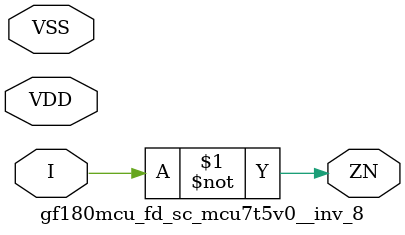
<source format=v>

module gf180mcu_fd_sc_mcu7t5v0__inv_8( I, ZN, VDD, VSS );
input I;
inout VDD, VSS;
output ZN;

	not MGM_BG_0( ZN, I );

endmodule

</source>
